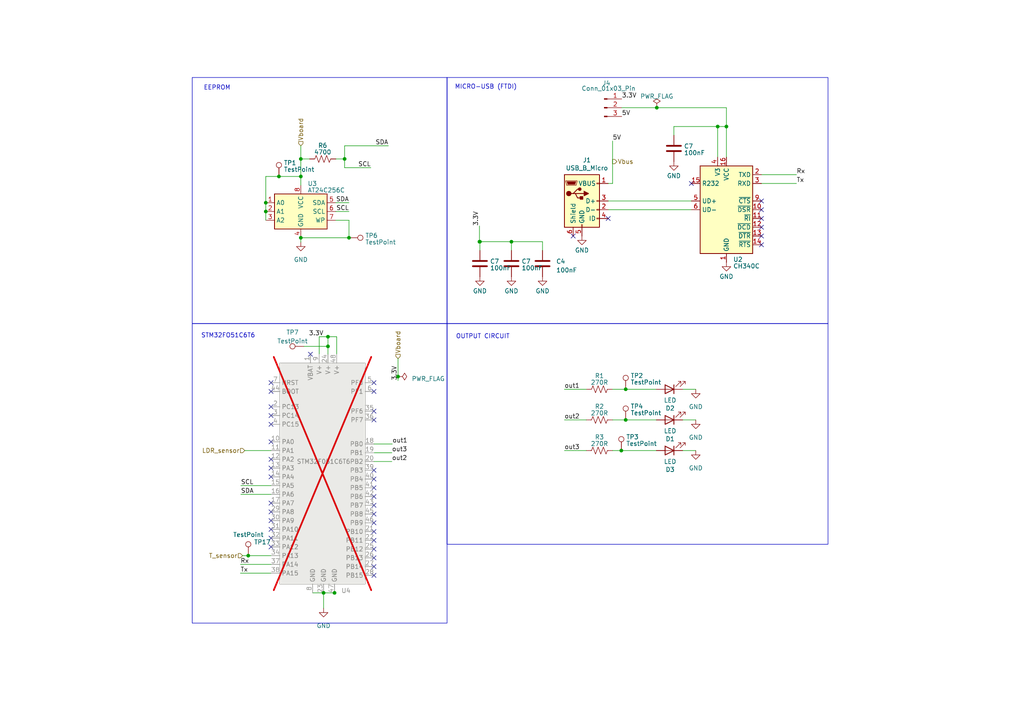
<source format=kicad_sch>
(kicad_sch (version 20230121) (generator eeschema)
  (paper "A4")
  (lib_symbols
    (symbol "Connector:Conn_01x03_Pin" (pin_names (offset 1.016) hide)
      (property "Reference" "J" (at 0 5.08 0))
      (property "Value" "Conn_01x03_Pin" (at 0 -5.08 0))
      (symbol "Conn_01x03_Pin_1_1"
        (polyline (pts (xy 1.27 -2.54) (xy 0.8636 -2.54)) (stroke (width 0.1524)))
        (polyline (pts (xy 1.27 0) (xy 0.8636 0)) (stroke (width 0.1524)))
        (polyline (pts (xy 1.27 2.54) (xy 0.8636 2.54)) (stroke (width 0.1524)))
        (rectangle (start 0.8636 -2.413) (end 0 -2.667) (stroke (width 0.1524)) (fill (type outline)))
        (rectangle (start 0.8636 0.127) (end 0 -0.127) (stroke (width 0.1524)) (fill (type outline)))
        (rectangle (start 0.8636 2.667) (end 0 2.413) (stroke (width 0.1524)) (fill (type outline)))
        (pin passive line (at 5.08 2.54 180) (length 3.81) (name "Pin_1") (number "1"))
        (pin passive line (at 5.08 0 180) (length 3.81) (name "Pin_2") (number "2"))
        (pin passive line (at 5.08 -2.54 180) (length 3.81) (name "Pin_3") (number "3"))
      )
    )
    (symbol "Connector:TestPoint" (pin_numbers hide) (pin_names (offset 0.762) hide)
      (property "Reference" "TP" (at 0 6.858 0))
      (property "Value" "TestPoint" (at 0 5.08 0))
      (symbol "TestPoint_0_1"
        (circle (center 0 3.302) (radius 0.762))
      )
      (symbol "TestPoint_1_1"
        (pin passive line (at 0 0 90) (length 2.54) (name "1") (number "1"))
      )
    )
    (symbol "Connector:USB_B_Micro" (pin_names (offset 1.016))
      (property "Reference" "J" (at -5.08 11.43 0))
      (property "Value" "USB_B_Micro" (at -5.08 8.89 0))
      (symbol "USB_B_Micro_0_1"
        (rectangle (start -5.08 -7.62) (end 5.08 7.62) (stroke (width 0.254)) (fill (type background)))
        (circle (center -3.81 2.159) (radius 0.635) (stroke (width 0.254)) (fill (type outline)))
        (circle (center -0.635 3.429) (radius 0.381) (stroke (width 0.254)) (fill (type outline)))
        (rectangle (start -0.127 -7.62) (end 0.127 -6.858))
        (polyline (pts (xy -1.905 2.159) (xy 0.635 2.159)) (stroke (width 0.254)))
        (polyline (pts (xy -3.175 2.159) (xy -2.54 2.159) (xy -1.27 3.429) (xy -0.635 3.429)) (stroke (width 0.254)))
        (polyline (pts (xy -2.54 2.159) (xy -1.905 2.159) (xy -1.27 0.889) (xy 0 0.889)) (stroke (width 0.254)))
        (polyline (pts (xy 0.635 2.794) (xy 0.635 1.524) (xy 1.905 2.159) (xy 0.635 2.794)) (stroke (width 0.254)) (fill (type outline)))
        (polyline (pts (xy -4.318 5.588) (xy -1.778 5.588) (xy -2.032 4.826) (xy -4.064 4.826) (xy -4.318 5.588)) (fill (type outline)))
        (polyline (pts (xy -4.699 5.842) (xy -4.699 5.588) (xy -4.445 4.826) (xy -4.445 4.572) (xy -1.651 4.572) (xy -1.651 4.826) (xy -1.397 5.588) (xy -1.397 5.842) (xy -4.699 5.842)))
        (rectangle (start 0.254 1.27) (end -0.508 0.508) (stroke (width 0.254)) (fill (type outline)))
        (rectangle (start 5.08 -5.207) (end 4.318 -4.953))
        (rectangle (start 5.08 -2.667) (end 4.318 -2.413))
        (rectangle (start 5.08 -0.127) (end 4.318 0.127))
        (rectangle (start 5.08 4.953) (end 4.318 5.207))
      )
      (symbol "USB_B_Micro_1_1"
        (pin power_out line (at 7.62 5.08 180) (length 2.54) (name "VBUS") (number "1"))
        (pin bidirectional line (at 7.62 -2.54 180) (length 2.54) (name "D-") (number "2"))
        (pin bidirectional line (at 7.62 0 180) (length 2.54) (name "D+") (number "3"))
        (pin passive line (at 7.62 -5.08 180) (length 2.54) (name "ID") (number "4"))
        (pin power_out line (at 0 -10.16 90) (length 2.54) (name "GND") (number "5"))
        (pin passive line (at -2.54 -10.16 90) (length 2.54) (name "Shield") (number "6"))
      )
    )
    (symbol "Device:C" (pin_numbers hide) (pin_names (offset 0.254))
      (property "Reference" "C" (at 0.635 2.54 0))
      (property "Value" "C" (at 0.635 -2.54 0))
      (symbol "C_0_1"
        (polyline (pts (xy -2.032 -0.762) (xy 2.032 -0.762)) (stroke (width 0.508)))
        (polyline (pts (xy -2.032 0.762) (xy 2.032 0.762)) (stroke (width 0.508)))
      )
      (symbol "C_1_1"
        (pin passive line (at 0 3.81 270) (length 2.794) (name "~") (number "1"))
        (pin passive line (at 0 -3.81 90) (length 2.794) (name "~") (number "2"))
      )
    )
    (symbol "Device:LED" (pin_numbers hide) (pin_names (offset 1.016) hide)
      (property "Reference" "D" (at 0 2.54 0))
      (property "Value" "LED" (at 0 -2.54 0))
      (symbol "LED_0_1"
        (polyline (pts (xy -1.27 -1.27) (xy -1.27 1.27)) (stroke (width 0.254)))
        (polyline (pts (xy -1.27 0) (xy 1.27 0)))
        (polyline (pts (xy 1.27 -1.27) (xy 1.27 1.27) (xy -1.27 0) (xy 1.27 -1.27)) (stroke (width 0.254)))
        (polyline (pts (xy -3.048 -0.762) (xy -4.572 -2.286) (xy -3.81 -2.286) (xy -4.572 -2.286) (xy -4.572 -1.524)))
        (polyline (pts (xy -1.778 -0.762) (xy -3.302 -2.286) (xy -2.54 -2.286) (xy -3.302 -2.286) (xy -3.302 -1.524)))
      )
      (symbol "LED_1_1"
        (pin passive line (at -3.81 0 0) (length 2.54) (name "K") (number "1"))
        (pin passive line (at 3.81 0 180) (length 2.54) (name "A") (number "2"))
      )
    )
    (symbol "Device:R_US" (pin_numbers hide) (pin_names (offset 0))
      (property "Reference" "R" (at 2.54 0 90))
      (property "Value" "R_US" (at -2.54 0 90))
      (symbol "R_US_0_1"
        (polyline (pts (xy 0 -2.286) (xy 0 -2.54)))
        (polyline (pts (xy 0 2.286) (xy 0 2.54)))
        (polyline (pts (xy 0 -0.762) (xy 1.016 -1.143) (xy 0 -1.524) (xy -1.016 -1.905) (xy 0 -2.286)))
        (polyline (pts (xy 0 0.762) (xy 1.016 0.381) (xy 0 0) (xy -1.016 -0.381) (xy 0 -0.762)))
        (polyline (pts (xy 0 2.286) (xy 1.016 1.905) (xy 0 1.524) (xy -1.016 1.143) (xy 0 0.762)))
      )
      (symbol "R_US_1_1"
        (pin passive line (at 0 3.81 270) (length 1.27) (name "~") (number "1"))
        (pin passive line (at 0 -3.81 90) (length 1.27) (name "~") (number "2"))
      )
    )
    (symbol "Interface_USB:CH340C"
      (property "Reference" "U" (at -5.08 13.97 0))
      (property "Value" "CH340C" (at 1.27 13.97 0))
      (symbol "CH340C_0_1"
        (rectangle (start -7.62 12.7) (end 7.62 -12.7) (stroke (width 0.254)) (fill (type background)))
      )
      (symbol "CH340C_1_1"
        (pin power_in line (at 0 -15.24 90) (length 2.54) (name "GND") (number "1"))
        (pin input line (at 10.16 0 180) (length 2.54) (name "~{DSR}") (number "10"))
        (pin input line (at 10.16 -2.54 180) (length 2.54) (name "~{RI}") (number "11"))
        (pin input line (at 10.16 -5.08 180) (length 2.54) (name "~{DCD}") (number "12"))
        (pin output line (at 10.16 -7.62 180) (length 2.54) (name "~{DTR}") (number "13"))
        (pin output line (at 10.16 -10.16 180) (length 2.54) (name "~{RTS}") (number "14"))
        (pin input line (at -10.16 7.62 0) (length 2.54) (name "R232") (number "15"))
        (pin power_in line (at 0 15.24 270) (length 2.54) (name "VCC") (number "16"))
        (pin output line (at 10.16 10.16 180) (length 2.54) (name "TXD") (number "2"))
        (pin input line (at 10.16 7.62 180) (length 2.54) (name "RXD") (number "3"))
        (pin passive line (at -2.54 15.24 270) (length 2.54) (name "V3") (number "4"))
        (pin bidirectional line (at -10.16 2.54 0) (length 2.54) (name "UD+") (number "5"))
        (pin bidirectional line (at -10.16 0 0) (length 2.54) (name "UD-") (number "6"))
        (pin no_connect line (at -7.62 -7.62 0) (length 2.54) hide (name "NC") (number "7"))
        (pin no_connect line (at -7.62 -10.16 0) (length 2.54) hide (name "NC") (number "8"))
        (pin input line (at 10.16 2.54 180) (length 2.54) (name "~{CTS}") (number "9"))
      )
    )
    (symbol "Memory_EEPROM:24LC64"
      (property "Reference" "U" (at -6.35 6.35 0))
      (property "Value" "24LC64" (at 1.27 6.35 0))
      (symbol "24LC64_1_1"
        (rectangle (start -7.62 5.08) (end 7.62 -5.08) (stroke (width 0.254)) (fill (type background)))
        (pin input line (at -10.16 2.54 0) (length 2.54) (name "A0") (number "1"))
        (pin input line (at -10.16 0 0) (length 2.54) (name "A1") (number "2"))
        (pin input line (at -10.16 -2.54 0) (length 2.54) (name "A2") (number "3"))
        (pin power_in line (at 0 -7.62 90) (length 2.54) (name "GND") (number "4"))
        (pin bidirectional line (at 10.16 2.54 180) (length 2.54) (name "SDA") (number "5"))
        (pin input line (at 10.16 0 180) (length 2.54) (name "SCL") (number "6"))
        (pin input line (at 10.16 -2.54 180) (length 2.54) (name "WP") (number "7"))
        (pin power_in line (at 0 7.62 270) (length 2.54) (name "VCC") (number "8"))
      )
    )
    (symbol "UCT:STM32F051C6TG6_Target"
      (property "Reference" "U" (at -11.43 32.385 0))
      (symbol "STM32F051C6TG6_Target_0_1"
        (rectangle (start -12.7 30.48) (end 12.065 -33.655) (fill (type background)))
      )
      (symbol "STM32F051C6TG6_Target_1_1"
        (pin power_in line (at -3.81 33.02 270) (length 2.54) (name "VBAT") (number "1"))
        (pin bidirectional line (at -15.24 7.62 0) (length 2.54) (name "PA0") (number "10"))
        (pin bidirectional line (at -15.24 5.08 0) (length 2.54) (name "PA1") (number "11"))
        (pin bidirectional line (at -15.24 2.54 0) (length 2.54) (name "PA2") (number "12"))
        (pin bidirectional line (at -15.24 0 0) (length 2.54) (name "PA3") (number "13"))
        (pin bidirectional line (at -15.24 -2.54 0) (length 2.54) (name "PA4") (number "14"))
        (pin bidirectional line (at -15.24 -5.08 0) (length 2.54) (name "PA5") (number "15"))
        (pin bidirectional line (at -15.24 -7.62 0) (length 2.54) (name "PA6") (number "16"))
        (pin bidirectional line (at -15.24 -10.16 0) (length 2.54) (name "PA7") (number "17"))
        (pin bidirectional line (at 14.605 6.985 180) (length 2.54) (name "PB0") (number "18"))
        (pin bidirectional line (at 14.605 4.445 180) (length 2.54) (name "PB1") (number "19"))
        (pin bidirectional line (at -15.24 17.78 0) (length 2.54) (name "PC13") (number "2"))
        (pin bidirectional line (at 14.605 1.905 180) (length 2.54) (name "PB2") (number "20"))
        (pin bidirectional line (at 14.605 -18.415 180) (length 2.54) (name "PB10") (number "21"))
        (pin bidirectional line (at 14.605 -20.955 180) (length 2.54) (name "PB11") (number "22"))
        (pin power_in line (at 0 -36.195 90) (length 2.54) (name "GND") (number "23"))
        (pin power_in line (at 1.27 33.02 270) (length 2.54) (name "V+") (number "24"))
        (pin bidirectional line (at 14.605 -23.495 180) (length 2.54) (name "PB12") (number "25"))
        (pin bidirectional line (at 14.605 -26.035 180) (length 2.54) (name "PB13") (number "26"))
        (pin bidirectional line (at 14.605 -28.575 180) (length 2.54) (name "PB14") (number "27"))
        (pin bidirectional line (at 14.605 -31.115 180) (length 2.54) (name "PB15") (number "28"))
        (pin bidirectional line (at -15.24 -12.7 0) (length 2.54) (name "PA8") (number "29"))
        (pin bidirectional line (at -15.24 15.24 0) (length 2.54) (name "PC14") (number "3"))
        (pin bidirectional line (at -15.24 -15.24 0) (length 2.54) (name "PA9") (number "30"))
        (pin bidirectional line (at -15.24 -17.78 0) (length 2.54) (name "PA10") (number "31"))
        (pin bidirectional line (at -15.24 -20.32 0) (length 2.54) (name "PA11") (number "32"))
        (pin bidirectional line (at -15.24 -22.86 0) (length 2.54) (name "PA12") (number "33"))
        (pin bidirectional line (at -15.24 -25.4 0) (length 2.54) (name "PA13") (number "34"))
        (pin bidirectional line (at 14.605 16.51 180) (length 2.54) (name "PF6") (number "35"))
        (pin bidirectional line (at 14.605 13.97 180) (length 2.54) (name "PF7") (number "36"))
        (pin bidirectional line (at -15.24 -27.94 0) (length 2.54) (name "PA14") (number "37"))
        (pin bidirectional line (at -15.24 -30.48 0) (length 2.54) (name "PA15") (number "38"))
        (pin bidirectional line (at 14.605 -0.635 180) (length 2.54) (name "PB3") (number "39"))
        (pin bidirectional line (at -15.24 12.7 0) (length 2.54) (name "PC15") (number "4"))
        (pin bidirectional line (at 14.605 -3.175 180) (length 2.54) (name "PB4") (number "40"))
        (pin bidirectional line (at 14.605 -5.715 180) (length 2.54) (name "PB5") (number "41"))
        (pin bidirectional line (at 14.605 -8.255 180) (length 2.54) (name "PB6") (number "42"))
        (pin bidirectional line (at 14.605 -10.795 180) (length 2.54) (name "PB7") (number "43"))
        (pin input line (at -15.24 22.225 0) (length 2.54) (name "BOOT") (number "44"))
        (pin bidirectional line (at 14.605 -13.335 180) (length 2.54) (name "PB8") (number "45"))
        (pin bidirectional line (at 14.605 -15.875 180) (length 2.54) (name "PB9") (number "46"))
        (pin power_in line (at 3.175 -36.195 90) (length 2.54) (name "GND") (number "47"))
        (pin power_in line (at 3.81 33.02 270) (length 2.54) (name "V+") (number "48"))
        (pin bidirectional line (at 14.605 24.765 180) (length 2.54) (name "PF0") (number "5"))
        (pin bidirectional line (at 14.605 22.225 180) (length 2.54) (name "PF1") (number "6"))
        (pin input line (at -15.24 24.765 0) (length 2.54) (name "NRST") (number "7"))
        (pin power_in line (at -3.175 -36.195 90) (length 2.54) (name "GND") (number "8"))
        (pin power_in line (at -1.27 33.02 270) (length 2.54) (name "V+") (number "9"))
      )
    )
    (symbol "power:GND" (power) (pin_names (offset 0))
      (property "Value" "GND" (at 0 -3.81 0))
      (symbol "GND_0_1"
        (polyline (pts (xy 0 0) (xy 0 -1.27) (xy 1.27 -1.27) (xy 0 -2.54) (xy -1.27 -1.27) (xy 0 -1.27)))
      )
      (symbol "GND_1_1"
        (pin power_in line (at 0 0 270) (length 0) hide (name "GND") (number "1"))
      )
    )
    (symbol "power:PWR_FLAG" (power) (pin_numbers hide) (pin_names (offset 0) hide)
      (property "Value" "PWR_FLAG" (at 0 3.81 0))
      (symbol "PWR_FLAG_0_0"
        (pin power_out line (at 0 0 90) (length 0) (name "pwr") (number "1"))
      )
      (symbol "PWR_FLAG_0_1"
        (polyline (pts (xy 0 0) (xy 0 1.27) (xy -1.016 1.905) (xy 0 2.54) (xy 1.016 1.905) (xy 0 1.27)))
      )
    )
  )
  (junction (at 87.249 46.101))
  (junction (at 77.089 58.801))
  (junction (at 101.219 68.961))
  (junction (at 95.123 97.663))
  (junction (at 99.949 46.101))
  (junction (at 87.249 51.181))
  (junction (at 87.249 68.961))
  (junction (at 190.5 31.242))
  (junction (at 181.483 121.793))
  (junction (at 80.899 51.181))
  (junction (at 77.089 61.341))
  (junction (at 72.009 161.163))
  (junction (at 180.213 130.683))
  (junction (at 181.483 112.903))
  (junction (at 93.853 171.958))
  (junction (at 115.443 109.22))
  (junction (at 97.028 171.958))
  (junction (at 139.192 70.104))
  (junction (at 208.153 36.703))
  (junction (at 139.065 70.104))
  (junction (at 148.336 70.104))
  (junction (at 95.123 100.457))
  (junction (at 210.693 36.703))
  (no_connect (at 108.458 110.998))
  (no_connect (at 78.613 133.223))
  (no_connect (at 78.613 151.003))
  (no_connect (at 78.613 123.063))
  (no_connect (at 78.613 113.538))
  (no_connect (at 78.613 145.923))
  (no_connect (at 78.613 148.463))
  (no_connect (at 108.458 113.538))
  (no_connect (at 108.458 156.718))
  (no_connect (at 78.613 135.763))
  (no_connect (at 90.043 102.743))
  (no_connect (at 108.458 161.798))
  (no_connect (at 220.853 58.293))
  (no_connect (at 108.458 154.178))
  (no_connect (at 108.458 121.793))
  (no_connect (at 108.458 144.018))
  (no_connect (at 108.458 119.253))
  (no_connect (at 108.458 136.398))
  (no_connect (at 220.853 60.833))
  (no_connect (at 78.613 117.983))
  (no_connect (at 78.613 138.303))
  (no_connect (at 108.458 138.938))
  (no_connect (at 108.458 146.558))
  (no_connect (at 108.458 141.478))
  (no_connect (at 108.458 149.098))
  (no_connect (at 108.458 159.258))
  (no_connect (at 78.613 153.543))
  (no_connect (at 108.458 164.338))
  (no_connect (at 220.853 63.373))
  (no_connect (at 78.613 158.623))
  (no_connect (at 78.613 110.998))
  (no_connect (at 220.853 70.993))
  (no_connect (at 78.613 156.083))
  (no_connect (at 200.533 53.213))
  (no_connect (at 220.853 65.913))
  (no_connect (at 108.458 166.878))
  (no_connect (at 220.853 68.453))
  (no_connect (at 78.613 128.143))
  (no_connect (at 176.403 63.373))
  (no_connect (at 166.243 68.453))
  (no_connect (at 108.458 151.638))
  (no_connect (at 78.613 120.523))
  (wire (pts (xy 113.665 131.318) (xy 108.458 131.318)))
  (wire (pts (xy 87.249 51.181) (xy 87.249 53.721)))
  (wire (pts (xy 177.673 130.683) (xy 180.213 130.683)))
  (wire (pts (xy 176.403 60.833) (xy 200.533 60.833)))
  (wire (pts (xy 210.693 36.703) (xy 210.693 45.593)))
  (wire (pts (xy 220.853 53.213) (xy 231.013 53.213)))
  (wire (pts (xy 112.649 42.291) (xy 99.949 42.291)))
  (wire (pts (xy 70.993 130.683) (xy 78.613 130.683)))
  (wire (pts (xy 99.949 48.641) (xy 107.569 48.641)))
  (wire (pts (xy 97.409 58.801) (xy 101.219 58.801)))
  (wire (pts (xy 195.453 36.703) (xy 195.453 39.243)))
  (wire (pts (xy 99.949 42.291) (xy 99.949 46.101)))
  (wire (pts (xy 139.065 70.104) (xy 139.065 70.231)))
  (wire (pts (xy 87.249 46.101) (xy 89.789 46.101)))
  (wire (pts (xy 97.663 102.743) (xy 97.663 97.663)))
  (wire (pts (xy 88.138 100.457) (xy 95.123 100.457)))
  (wire (pts (xy 181.483 121.793) (xy 190.373 121.793)))
  (wire (pts (xy 87.249 46.101) (xy 87.249 51.181)))
  (wire (pts (xy 177.673 112.903) (xy 181.483 112.903)))
  (wire (pts (xy 148.336 70.104) (xy 148.336 72.644)))
  (wire (pts (xy 97.409 46.101) (xy 99.949 46.101)))
  (wire (pts (xy 210.693 31.242) (xy 190.5 31.242)))
  (wire (pts (xy 148.336 70.104) (xy 157.353 70.104)))
  (wire (pts (xy 93.853 171.958) (xy 97.028 171.958)))
  (wire (pts (xy 77.089 51.181) (xy 80.899 51.181)))
  (wire (pts (xy 157.353 70.104) (xy 157.353 72.644)))
  (wire (pts (xy 208.153 45.593) (xy 208.153 36.703)))
  (wire (pts (xy 77.089 61.341) (xy 77.089 58.801)))
  (wire (pts (xy 101.219 63.881) (xy 101.219 68.961)))
  (wire (pts (xy 208.153 36.703) (xy 210.693 36.703)))
  (wire (pts (xy 69.723 166.243) (xy 78.613 166.243)))
  (wire (pts (xy 69.723 163.703) (xy 78.613 163.703)))
  (wire (pts (xy 115.443 104.013) (xy 115.443 109.22)))
  (wire (pts (xy 97.663 97.663) (xy 95.123 97.663)))
  (wire (pts (xy 181.483 112.903) (xy 190.373 112.903)))
  (wire (pts (xy 177.673 121.793) (xy 181.483 121.793)))
  (wire (pts (xy 115.443 109.22) (xy 115.443 110.363)))
  (wire (pts (xy 87.249 68.961) (xy 101.219 68.961)))
  (wire (pts (xy 87.249 68.961) (xy 87.249 70.231)))
  (wire (pts (xy 113.665 133.858) (xy 108.458 133.858)))
  (wire (pts (xy 78.613 140.843) (xy 69.85 140.843)))
  (wire (pts (xy 180.34 31.242) (xy 190.5 31.242)))
  (wire (pts (xy 78.613 143.383) (xy 69.85 143.383)))
  (wire (pts (xy 93.853 171.831) (xy 93.853 171.958)))
  (wire (pts (xy 90.678 171.958) (xy 93.853 171.958)))
  (wire (pts (xy 139.192 70.104) (xy 139.192 72.644)))
  (wire (pts (xy 176.403 58.293) (xy 200.533 58.293)))
  (wire (pts (xy 197.993 130.683) (xy 201.803 130.683)))
  (wire (pts (xy 97.409 63.881) (xy 101.219 63.881)))
  (wire (pts (xy 139.065 65.532) (xy 139.065 70.104)))
  (wire (pts (xy 80.899 51.181) (xy 87.249 51.181)))
  (wire (pts (xy 87.249 42.291) (xy 87.249 46.101)))
  (wire (pts (xy 93.853 171.958) (xy 93.853 176.403)))
  (wire (pts (xy 95.123 97.663) (xy 92.583 97.663)))
  (wire (pts (xy 113.792 128.778) (xy 108.458 128.778)))
  (wire (pts (xy 163.703 121.793) (xy 170.053 121.793)))
  (wire (pts (xy 72.009 161.163) (xy 78.613 161.163)))
  (wire (pts (xy 97.409 61.341) (xy 101.219 61.341)))
  (wire (pts (xy 195.453 36.703) (xy 208.153 36.703)))
  (wire (pts (xy 220.853 50.673) (xy 231.013 50.673)))
  (wire (pts (xy 139.065 70.104) (xy 139.192 70.104)))
  (wire (pts (xy 210.693 36.703) (xy 210.693 31.242)))
  (wire (pts (xy 95.123 97.663) (xy 95.123 100.457)))
  (wire (pts (xy 77.089 63.881) (xy 77.089 61.341)))
  (wire (pts (xy 77.089 58.801) (xy 77.089 51.181)))
  (wire (pts (xy 92.583 97.663) (xy 92.583 102.743)))
  (wire (pts (xy 139.192 70.104) (xy 148.336 70.104)))
  (wire (pts (xy 176.403 53.213) (xy 177.673 53.213)))
  (wire (pts (xy 70.358 161.163) (xy 72.009 161.163)))
  (wire (pts (xy 97.028 171.958) (xy 97.028 172.085)))
  (wire (pts (xy 180.213 130.683) (xy 190.373 130.683)))
  (wire (pts (xy 177.673 40.894) (xy 177.673 53.213)))
  (wire (pts (xy 163.703 130.683) (xy 170.053 130.683)))
  (wire (pts (xy 197.993 112.903) (xy 201.803 112.903)))
  (wire (pts (xy 95.123 100.457) (xy 95.123 102.743)))
  (wire (pts (xy 197.993 121.793) (xy 201.803 121.793)))
  (wire (pts (xy 163.703 112.903) (xy 170.053 112.903)))
  (wire (pts (xy 99.949 48.641) (xy 99.949 46.101)))
  (rectangle (start 55.753 93.853) (end 129.667 180.721))
  (rectangle (start 129.667 93.853) (end 240.157 157.861))
  (rectangle (start 55.753 22.479) (end 129.667 93.853))
  (rectangle (start 129.667 22.479) (end 240.157 93.853))
  (text "OUTPUT CIRCUIT\n" (at 132.207 98.425 0) (effects (font (size 1.27 1.27)) (justify left bottom)))
  (text "\nSTM32FO51C6T6\n" (at 74.041 98.171 0) (effects (font (size 1.27 1.27)) (justify right bottom)))
  (text "MICRO-USB (FTDI)\n" (at 149.987 26.035 0) (effects (font (size 1.27 1.27)) (justify right bottom)))
  (text "EEPROM" (at 59.055 26.289 0) (effects (font (size 1.27 1.27)) (justify left bottom)))
  (label "SCL" (at 107.569 48.641 180))
  (label "SDA" (at 101.219 58.801 180))
  (label "Tx" (at 69.723 166.243 0))
  (label "SCL" (at 101.219 61.341 180))
  (label "Rx" (at 231.013 50.673 0))
  (label "Rx" (at 69.723 163.703 0))
  (label "Tx" (at 231.013 53.213 0))
  (label "out2" (at 113.665 133.858 0))
  (label "5V" (at 177.673 40.894 0))
  (label "3.3V" (at 93.853 97.663 180))
  (label "5V" (at 180.34 33.782 0))
  (label "3.3V" (at 139.065 65.532 90))
  (label "out2" (at 163.703 121.793 0))
  (label "SDA" (at 112.649 42.291 180))
  (label "3.3V" (at 180.34 28.702 0))
  (label "SCL" (at 69.85 140.843 0))
  (label "out1" (at 163.703 112.903 0))
  (label "SDA" (at 69.85 143.383 0))
  (label "out3" (at 113.665 131.318 0))
  (label "3.3V" (at 115.443 110.363 90))
  (label "out1" (at 113.792 128.778 0))
  (label "out3" (at 163.703 130.683 0))
  (hierarchical_label "Vboard" (shape input) (at 87.249 42.291 90))
  (hierarchical_label "Vbus" (shape output) (at 177.673 46.863 0))
  (hierarchical_label "LDR_sensor" (shape input) (at 70.993 130.683 180))
  (hierarchical_label "Vboard" (shape input) (at 115.443 104.013 90))
  (hierarchical_label "T_sensor" (shape input) (at 70.358 161.163 180))
  (symbol (lib_id "Device:LED") (at 194.183 130.683 180) (unit 1)
    (property "Reference" "D3" (at 194.3608 136.1948 0))
    (property "Value" "LED" (at 194.3608 133.8834 0))
    (property "Footprint" "LED_THT:LED_D3.0mm_IRBlack" (effects hide))
    (property "Price" "$0.0139" (effects hide))
    (property "Price ( 1 board)" "0.0417" (effects hide))
    (property "Price (5 boards)" "0.0695" (effects hide))
    (property "JLCPCB Part #" "C54142" (effects hide))
    (property "Populate" "Yes" (effects hide))
  )
  (symbol (lib_id "Device:LED") (at 194.183 121.793 180) (unit 1)
    (property "Reference" "D1" (at 194.3608 127.3048 0))
    (property "Value" "LED" (at 194.3608 124.9934 0))
    (property "Footprint" "LED_THT:LED_D3.0mm_IRBlack" (effects hide))
    (property "Price" "$0.0139" (effects hide))
    (property "Price ( 1 board)" "0.0417" (effects hide))
    (property "Price (5 boards)" "0.0695" (effects hide))
    (property "JLCPCB Part #" "C54142" (effects hide))
    (property "Populate" "Yes" (effects hide))
  )
  (symbol (lib_id "Device:LED") (at 194.183 112.903 180) (unit 1)
    (property "Reference" "D2" (at 194.3608 118.4148 0))
    (property "Value" "LED" (at 194.3608 116.1034 0))
    (property "Footprint" "LED_THT:LED_D3.0mm_IRBlack" (effects hide))
    (property "Price" "$0.0139" (effects hide))
    (property "Price ( 1 board)" "0.0417" (effects hide))
    (property "Price (5 boards)" "0.0695" (effects hide))
    (property "JLCPCB Part #" "C54142" (effects hide))
    (property "Populate" "Yes" (effects hide))
  )
  (symbol (lib_id "Connector:USB_B_Micro") (at 168.783 58.293 0) (unit 1)
    (property "Reference" "J1" (at 170.2308 46.4312 0))
    (property "Value" "USB_B_Micro" (at 170.2308 48.7426 0))
    (property "Footprint" "Library:MICROXNJ" (effects hide))
    (property "Price" "$0.0333" (effects hide))
    (property "Price ( 1 board)" "$0.0333" (effects hide))
    (property "Price (5 boards)" "$0.1665" (effects hide))
    (property "JLCPCB Part #" "C404969" (effects hide))
    (property "Populate" "Yes" (effects hide))
  )
  (symbol (lib_id "power:GND") (at 139.192 80.264 0) (unit 1)
    (property "Reference" "#PWR03" (effects hide))
    (property "Value" "GND" (at 139.192 84.3995 0))
  )
  (symbol (lib_id "power:GND") (at 201.803 121.793 0) (unit 1)
    (property "Reference" "#PWR010" (effects hide))
    (property "Value" "GND" (at 201.803 126.873 0))
  )
  (symbol (lib_id "Connector:TestPoint") (at 80.899 51.181 0) (unit 1)
    (property "Reference" "TP1" (at 82.296 47.2353 0) (effects (justify left)))
    (property "Value" "TestPoint" (at 82.296 49.1563 0) (effects (justify left)))
    (property "Footprint" "TestPoint:TestPoint_Pad_D2.0mm" (effects hide))
    (property "Price" "$0" (effects hide))
    (property "Price ( 1 board)" "0" (effects hide))
    (property "Price (5 boards)" "0" (effects hide))
  )
  (symbol (lib_id "Device:R_US") (at 173.863 112.903 90) (unit 1)
    (property "Reference" "R1" (at 173.863 109.0041 90))
    (property "Value" "270R" (at 173.863 110.9251 90))
    (property "Footprint" "Resistor_SMD:R_0805_2012Metric" (effects hide))
    (property "Price" "$0.0039 " (effects hide))
    (property "Price ( 1 board)" "0.0117" (effects hide))
    (property "Price (5 boards)" "0.585" (effects hide))
    (property "JLCPCB Part #" "C17590" (effects hide))
    (property "Populate" "Yes" (effects hide))
  )
  (symbol (lib_id "Connector:TestPoint") (at 180.213 130.683 0) (unit 1)
    (property "Reference" "TP3" (at 181.61 126.7373 0) (effects (justify left)))
    (property "Value" "TestPoint" (at 181.61 128.6583 0) (effects (justify left)))
    (property "Footprint" "TestPoint:TestPoint_Pad_D2.0mm" (effects hide))
    (property "Price" "$0" (effects hide))
    (property "Price ( 1 board)" "0" (effects hide))
    (property "Price (5 boards)" "0" (effects hide))
  )
  (symbol (lib_id "Device:C") (at 195.453 43.053 0) (unit 1)
    (property "Reference" "C7" (at 198.374 42.4093 0) (effects (justify left)))
    (property "Value" "100nF" (at 198.374 44.3303 0) (effects (justify left)))
    (property "Footprint" "Capacitor_SMD:C_1206_3216Metric" (effects hide))
    (property "Price" " $0.0138" (effects hide))
    (property "Price ( 1 board)" "0.0414" (effects hide))
    (property "Price (5 boards)" "0.069" (effects hide))
    (property "JLCPCB Part #" "C24497" (effects hide))
    (property "Populate" "Yes" (effects hide))
  )
  (symbol (lib_id "power:GND") (at 157.353 80.264 0) (unit 1)
    (property "Reference" "#PWR03" (effects hide))
    (property "Value" "GND" (at 157.353 84.3995 0))
  )
  (symbol (lib_id "power:GND") (at 201.803 112.903 0) (unit 1)
    (property "Reference" "#PWR08" (effects hide))
    (property "Value" "GND" (at 201.803 117.983 0))
  )
  (symbol (lib_id "Device:R_US") (at 173.863 130.683 90) (unit 1)
    (property "Reference" "R3" (at 173.863 126.7841 90))
    (property "Value" "270R" (at 173.863 128.7051 90))
    (property "Footprint" "Resistor_SMD:R_0805_2012Metric" (effects hide))
    (property "Price" "$0.0039 " (effects hide))
    (property "Price ( 1 board)" "0.0117" (effects hide))
    (property "Price (5 boards)" "0.585" (effects hide))
    (property "JLCPCB Part #" "C17590" (effects hide))
    (property "Populate" "Yes" (effects hide))
  )
  (symbol (lib_id "Connector:TestPoint") (at 181.483 112.903 0) (unit 1)
    (property "Reference" "TP2" (at 182.88 108.9573 0) (effects (justify left)))
    (property "Value" "TestPoint" (at 182.88 110.8783 0) (effects (justify left)))
    (property "Footprint" "TestPoint:TestPoint_Pad_D2.0mm" (effects hide))
    (property "Price" "$0" (effects hide))
    (property "Price ( 1 board)" "0" (effects hide))
    (property "Price (5 boards)" "0" (effects hide))
  )
  (symbol (lib_id "power:GND") (at 87.249 70.231 0) (unit 1)
    (property "Reference" "#PWR012" (effects hide))
    (property "Value" "GND" (at 87.249 75.311 0))
  )
  (symbol (lib_id "Memory_EEPROM:24LC64") (at 87.249 61.341 0) (unit 1)
    (property "Reference" "U3" (at 89.2049 53.2511 0) (effects (justify left)))
    (property "Value" "AT24C256C" (at 89.2049 55.1721 0) (effects (justify left)))
    (property "Footprint" "Library:SOIC127P600X175-8N" (effects hide))
    (property "Datasheet" "http://ww1.microchip.com/downloads/en/DeviceDoc/21189f.pdf" (effects hide))
    (property "Price" "$0.7664" (effects hide))
    (property "Price ( 1 board)" "$0.7664" (effects hide))
    (property "Price (5 boards)" "3.832" (effects hide))
    (property "JLCPCB Part #" "C6482" (effects hide))
    (property "Populate" "Yes" (effects hide))
  )
  (symbol (lib_id "Device:R_US") (at 173.863 121.793 90) (unit 1)
    (property "Reference" "R2" (at 173.863 117.8941 90))
    (property "Value" "270R" (at 173.863 119.8151 90))
    (property "Footprint" "Resistor_SMD:R_0805_2012Metric" (effects hide))
    (property "Price" "$0.0039 " (effects hide))
    (property "Price ( 1 board)" "0.0117" (effects hide))
    (property "Price (5 boards)" "0.585" (effects hide))
    (property "JLCPCB Part #" "C17590" (effects hide))
    (property "Populate" "Yes" (effects hide))
  )
  (symbol (lib_id "Connector:Conn_01x03_Pin") (at 175.26 31.242 0) (unit 1)
    (property "Reference" "J4" (at 175.895 24.13 0))
    (property "Value" "Conn_01x03_Pin" (at 176.53 25.654 0))
    (property "Footprint" "Connector_PinHeader_2.54mm:PinHeader_1x03_P2.54mm_Vertical" (effects hide))
    (property "Populate" "No" (effects hide))
    (property "Price" "N/A" (effects hide))
    (property "Price ( 1 board)" "N/A" (effects hide))
    (property "Price (5 boards)" "N/A" (effects hide))
  )
  (symbol (lib_id "power:GND") (at 168.783 68.453 0) (unit 1)
    (property "Reference" "#PWR03" (effects hide))
    (property "Value" "GND" (at 168.783 72.5885 0))
  )
  (symbol (lib_id "power:GND") (at 201.803 130.683 0) (unit 1)
    (property "Reference" "#PWR011" (effects hide))
    (property "Value" "GND" (at 201.803 135.763 0))
  )
  (symbol (lib_id "Connector:TestPoint") (at 88.138 100.457 90) (unit 1)
    (property "Reference" "TP7" (at 84.836 96.393 90))
    (property "Value" "TestPoint" (at 84.836 98.933 90))
    (property "Footprint" "TestPoint:TestPoint_Pad_D2.0mm" (effects hide))
    (property "Price" "0" (effects hide))
    (property "Price ( 1 board)" "0" (effects hide))
    (property "Price (5 boards)" "0" (effects hide))
  )
  (symbol (lib_id "Device:C") (at 148.336 76.454 0) (unit 1)
    (property "Reference" "C7" (at 151.257 75.8103 0) (effects (justify left)))
    (property "Value" "100nF" (at 151.257 77.7313 0) (effects (justify left)))
    (property "Footprint" "Capacitor_SMD:C_1206_3216Metric" (effects hide))
    (property "Price" " $0.0138" (effects hide))
    (property "Price ( 1 board)" "0.0414" (effects hide))
    (property "Price (5 boards)" "0.069" (effects hide))
    (property "JLCPCB Part #" "C24497" (effects hide))
    (property "Populate" "Yes" (effects hide))
  )
  (symbol (lib_id "Device:C") (at 139.192 76.454 0) (unit 1)
    (property "Reference" "C7" (at 142.113 75.8103 0) (effects (justify left)))
    (property "Value" "100nF" (at 142.113 77.7313 0) (effects (justify left)))
    (property "Footprint" "Capacitor_SMD:C_1206_3216Metric" (effects hide))
    (property "Price" " $0.0138" (effects hide))
    (property "Price ( 1 board)" "0.0414" (effects hide))
    (property "Price (5 boards)" "0.069" (effects hide))
    (property "JLCPCB Part #" "C24497" (effects hide))
    (property "Populate" "Yes" (effects hide))
  )
  (symbol (lib_id "power:GND") (at 148.336 80.264 0) (unit 1)
    (property "Reference" "#PWR03" (effects hide))
    (property "Value" "GND" (at 148.336 84.3995 0))
  )
  (symbol (lib_id "power:PWR_FLAG") (at 115.443 109.22 270) (unit 1)
    (property "Reference" "#FLG03" (effects hide))
    (property "Value" "PWR_FLAG" (at 119.38 109.855 90) (effects (justify left)))
  )
  (symbol (lib_id "power:PWR_FLAG") (at 190.5 31.242 0) (unit 1)
    (property "Reference" "#FLG05" (effects hide))
    (property "Value" "PWR_FLAG" (at 190.5 27.94 0))
  )
  (symbol (lib_id "Connector:TestPoint") (at 72.009 161.163 0) (unit 1)
    (property "Reference" "TP17" (at 73.66 157.226 0) (effects (justify left)))
    (property "Value" "TestPoint" (at 67.564 155.067 0) (effects (justify left)))
    (property "Footprint" "TestPoint:TestPoint_Keystone_5005-5009_Compact" (effects hide))
    (property "Price" "0" (effects hide))
    (property "Price ( 1 board)" "0" (effects hide))
    (property "Price (5 boards)" "0" (effects hide))
  )
  (symbol (lib_id "Interface_USB:CH340C") (at 210.693 60.833 0) (unit 1)
    (property "Reference" "U2" (at 212.6489 75.2555 0) (effects (justify left)))
    (property "Value" "CH340C" (at 212.6489 77.1765 0) (effects (justify left)))
    (property "Footprint" "Package_SO:SOIC-16_3.9x9.9mm_P1.27mm" (effects hide))
    (property "Datasheet" "https://datasheet.lcsc.com/szlcsc/Jiangsu-Qin-Heng-CH340C_C84681.pdf" (effects hide))
    (property "JLCPCB Part #" "C84681" (effects hide))
    (property "Price" "0.47" (effects hide))
    (property "Price ( 1 board)" "0.47" (effects hide))
    (property "Price (5 boards)" "2.35" (effects hide))
    (property "Populate" "Yes" (effects hide))
  )
  (symbol (lib_id "Device:R_US") (at 93.599 46.101 270) (unit 1)
    (property "Reference" "R6" (at 93.599 42.2021 90))
    (property "Value" "4700" (at 93.599 44.1231 90))
    (property "Footprint" "Library:RESC2013X65N" (effects hide))
    (property "Price" "0.001" (effects hide))
    (property "Price ( 1 board)" "0.001" (effects hide))
    (property "Price (5 boards)" "0.005" (effects hide))
    (property "JLCPCB Part #" "C23162" (effects hide))
    (property "Populate" "Yes" (effects hide))
  )
  (symbol (lib_id "Connector:TestPoint") (at 181.483 121.793 0) (unit 1)
    (property "Reference" "TP4" (at 182.88 117.8473 0) (effects (justify left)))
    (property "Value" "TestPoint" (at 182.88 119.7683 0) (effects (justify left)))
    (property "Footprint" "TestPoint:TestPoint_Pad_D2.0mm" (effects hide))
    (property "Price" "$0" (effects hide))
    (property "Price ( 1 board)" "0" (effects hide))
    (property "Price (5 boards)" "0" (effects hide))
  )
  (symbol (lib_id "Device:C") (at 157.353 76.454 0) (unit 1)
    (property "Reference" "C4" (at 161.29 75.819 0) (effects (justify left)))
    (property "Value" "100nF" (at 161.29 78.359 0) (effects (justify left)))
    (property "Footprint" "Capacitor_SMD:C_1206_3216Metric" (effects hide))
    (property "JLCPCB Part #" "C24497" (effects hide))
    (property "Price" "$0.0138" (effects hide))
    (property "Price ( 1 board)" "0.0414" (effects hide))
    (property "Price (5 boards)" "0.069" (effects hide))
    (property "Populate" "Yes" (effects hide))
  )
  (symbol (lib_id "power:GND") (at 210.693 76.073 0) (unit 1)
    (property "Reference" "#PWR03" (effects hide))
    (property "Value" "GND" (at 210.693 80.2085 0))
  )
  (symbol (lib_id "power:GND") (at 93.853 176.403 0) (unit 1)
    (property "Reference" "#PWR07" (effects hide))
    (property "Value" "GND" (at 93.853 181.483 0))
  )
  (symbol (lib_id "power:GND") (at 195.453 46.863 0) (unit 1)
    (property "Reference" "#PWR03" (effects hide))
    (property "Value" "GND" (at 195.453 50.9985 0))
  )
  (symbol (lib_id "Connector:TestPoint") (at 101.219 68.961 270) (unit 1)
    (property "Reference" "TP6" (at 105.918 68.3173 90) (effects (justify left)))
    (property "Value" "TestPoint" (at 105.918 70.2383 90) (effects (justify left)))
    (property "Footprint" "TestPoint:TestPoint_Pad_D2.0mm" (effects hide))
    (property "Price" "$0" (effects hide))
    (property "Price ( 1 board)" "0" (effects hide))
    (property "Price (5 boards)" "0" (effects hide))
  )
  (symbol (lib_id "UCT:STM32F051C6TG6_Target") (at 93.853 135.763 0) (unit 1) (in_bom no) (dnp yes)
    (property "Reference" "U4" (at 98.9839 171.323 0) (effects (justify left)))
    (property "Value" "STM32F051C6T6" (at 93.853 133.858 0))
    (property "Footprint" "Library:STM32F051C6T6" (effects hide))
    (property "Price" "0" (effects hide))
    (property "Price ( 1 board)" "0" (effects hide))
    (property "Price (5 boards)" "0" (effects hide))
    (property "Populate" "No" (effects hide))
  )
)
</source>
